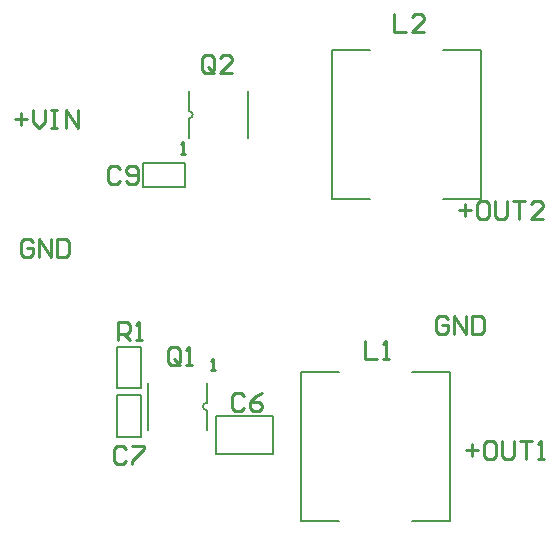
<source format=gto>
G04*
G04 #@! TF.GenerationSoftware,Altium Limited,Altium Designer,23.8.1 (32)*
G04*
G04 Layer_Color=65535*
%FSLAX44Y44*%
%MOMM*%
G71*
G04*
G04 #@! TF.SameCoordinates,A0AAC8ED-579F-4978-B833-FADF31FD8843*
G04*
G04*
G04 #@! TF.FilePolarity,Positive*
G04*
G01*
G75*
%ADD10C,0.2000*%
%ADD11C,0.2540*%
D10*
X202000Y139175D02*
G03*
X202000Y132825I0J-3175D01*
G01*
X187000Y379825D02*
G03*
X187000Y386175I0J3175D01*
G01*
X202000Y139175D02*
Y156000D01*
Y116000D02*
Y132825D01*
X152000Y116000D02*
Y156000D01*
X237000Y363000D02*
Y403000D01*
X187000Y386175D02*
Y403000D01*
Y363000D02*
Y379825D01*
X376000Y39000D02*
X408000D01*
Y165000D01*
X282000Y39000D02*
X314000D01*
X376000Y165000D02*
X408000D01*
X282000Y39000D02*
Y165000D01*
X314000D01*
X146000Y137000D02*
Y146000D01*
X126000D02*
X146000D01*
X126000Y110000D02*
Y146000D01*
X146000Y110000D02*
Y137000D01*
X126000Y110000D02*
X146000D01*
Y152000D02*
Y186000D01*
X126000D02*
X146000D01*
X126000Y152000D02*
Y186000D01*
Y152000D02*
X146000D01*
X175000Y322000D02*
X184000D01*
Y342000D01*
X148000D02*
X184000D01*
X148000Y322000D02*
X175000D01*
X148000D02*
Y342000D01*
X308000Y438000D02*
X340000D01*
X308000Y312000D02*
Y438000D01*
X402000D02*
X434000D01*
X308000Y312000D02*
X340000D01*
X434000D02*
Y438000D01*
X402000Y312000D02*
X434000D01*
X210000Y128000D02*
X258000D01*
Y96000D02*
Y128000D01*
X210000Y96000D02*
X258000D01*
X210000D02*
Y128000D01*
D11*
X205540Y166540D02*
X208872D01*
X207206D01*
Y176537D01*
X205540Y174871D01*
X180540Y349540D02*
X183872D01*
X182206D01*
Y359537D01*
X180540Y357871D01*
X421540Y99157D02*
X431697D01*
X426618Y104236D02*
Y94079D01*
X444393Y106775D02*
X439314D01*
X436775Y104236D01*
Y94079D01*
X439314Y91540D01*
X444393D01*
X446932Y94079D01*
Y104236D01*
X444393Y106775D01*
X452010D02*
Y94079D01*
X454549Y91540D01*
X459628D01*
X462167Y94079D01*
Y106775D01*
X467245D02*
X477402D01*
X472324D01*
Y91540D01*
X482480D02*
X487559D01*
X485019D01*
Y106775D01*
X482480Y104236D01*
X415540Y302157D02*
X425697D01*
X420618Y307236D02*
Y297079D01*
X438393Y309775D02*
X433314D01*
X430775Y307236D01*
Y297079D01*
X433314Y294540D01*
X438393D01*
X440932Y297079D01*
Y307236D01*
X438393Y309775D01*
X446010D02*
Y297079D01*
X448549Y294540D01*
X453628D01*
X456167Y297079D01*
Y309775D01*
X461245D02*
X471402D01*
X466324D01*
Y294540D01*
X486637D02*
X476480D01*
X486637Y304697D01*
Y307236D01*
X484098Y309775D01*
X479020D01*
X476480Y307236D01*
X406697Y210236D02*
X404157Y212775D01*
X399079D01*
X396540Y210236D01*
Y200079D01*
X399079Y197540D01*
X404157D01*
X406697Y200079D01*
Y205158D01*
X401618D01*
X411775Y197540D02*
Y212775D01*
X421932Y197540D01*
Y212775D01*
X427010D02*
Y197540D01*
X434628D01*
X437167Y200079D01*
Y210236D01*
X434628Y212775D01*
X427010D01*
X54697Y275236D02*
X52158Y277775D01*
X47079D01*
X44540Y275236D01*
Y265079D01*
X47079Y262540D01*
X52158D01*
X54697Y265079D01*
Y270158D01*
X49618D01*
X59775Y262540D02*
Y277775D01*
X69932Y262540D01*
Y277775D01*
X75010D02*
Y262540D01*
X82628D01*
X85167Y265079D01*
Y275236D01*
X82628Y277775D01*
X75010D01*
X39540Y379157D02*
X49697D01*
X44618Y384236D02*
Y374079D01*
X54775Y386775D02*
Y376618D01*
X59853Y371540D01*
X64932Y376618D01*
Y386775D01*
X70010D02*
X75089D01*
X72549D01*
Y371540D01*
X70010D01*
X75089D01*
X82706D02*
Y386775D01*
X92863Y371540D01*
Y386775D01*
X233461Y145078D02*
X230922Y147618D01*
X225843D01*
X223304Y145078D01*
Y134922D01*
X225843Y132382D01*
X230922D01*
X233461Y134922D01*
X248696Y147618D02*
X243617Y145078D01*
X238539Y140000D01*
Y134922D01*
X241078Y132382D01*
X246157D01*
X248696Y134922D01*
Y137461D01*
X246157Y140000D01*
X238539D01*
X126843Y192383D02*
Y207617D01*
X134461D01*
X137000Y205078D01*
Y200000D01*
X134461Y197461D01*
X126843D01*
X131922D02*
X137000Y192383D01*
X142078D02*
X147157D01*
X144618D01*
Y207617D01*
X142078Y205078D01*
X208461Y420922D02*
Y431078D01*
X205922Y433618D01*
X200843D01*
X198304Y431078D01*
Y420922D01*
X200843Y418382D01*
X205922D01*
X203382Y423461D02*
X208461Y418382D01*
X205922D02*
X208461Y420922D01*
X223696Y418382D02*
X213539D01*
X223696Y428539D01*
Y431078D01*
X221157Y433618D01*
X216078D01*
X213539Y431078D01*
X179000Y173922D02*
Y184078D01*
X176461Y186618D01*
X171383D01*
X168843Y184078D01*
Y173922D01*
X171383Y171383D01*
X176461D01*
X173922Y176461D02*
X179000Y171383D01*
X176461D02*
X179000Y173922D01*
X184078Y171383D02*
X189157D01*
X186618D01*
Y186618D01*
X184078Y184078D01*
X360304Y468618D02*
Y453382D01*
X370461D01*
X385696D02*
X375539D01*
X385696Y463539D01*
Y466078D01*
X383157Y468618D01*
X378078D01*
X375539Y466078D01*
X335843Y191618D02*
Y176383D01*
X346000D01*
X351078D02*
X356157D01*
X353618D01*
Y191618D01*
X351078Y189078D01*
X128461Y337078D02*
X125922Y339618D01*
X120843D01*
X118304Y337078D01*
Y326922D01*
X120843Y324383D01*
X125922D01*
X128461Y326922D01*
X133539D02*
X136078Y324383D01*
X141157D01*
X143696Y326922D01*
Y337078D01*
X141157Y339618D01*
X136078D01*
X133539Y337078D01*
Y334539D01*
X136078Y332000D01*
X143696D01*
X133461Y100078D02*
X130922Y102618D01*
X125843D01*
X123304Y100078D01*
Y89922D01*
X125843Y87382D01*
X130922D01*
X133461Y89922D01*
X138539Y102618D02*
X148696D01*
Y100078D01*
X138539Y89922D01*
Y87382D01*
M02*

</source>
